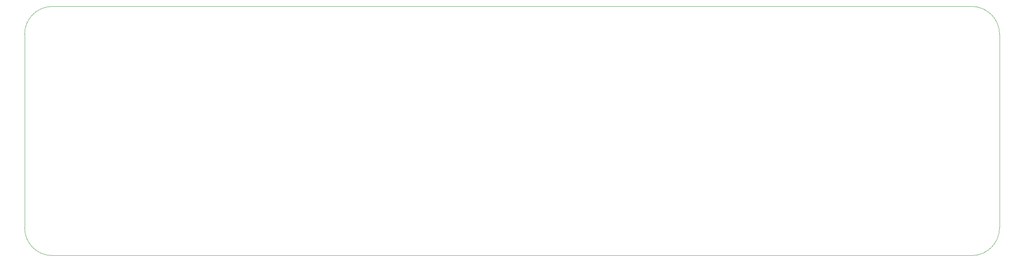
<source format=gbr>
%TF.GenerationSoftware,KiCad,Pcbnew,7.0.7*%
%TF.CreationDate,2023-08-31T12:53:40+10:00*%
%TF.ProjectId,qaz,71617a2e-6b69-4636-9164-5f7063625858,rev?*%
%TF.SameCoordinates,Original*%
%TF.FileFunction,Profile,NP*%
%FSLAX46Y46*%
G04 Gerber Fmt 4.6, Leading zero omitted, Abs format (unit mm)*
G04 Created by KiCad (PCBNEW 7.0.7) date 2023-08-31 12:53:40*
%MOMM*%
%LPD*%
G01*
G04 APERTURE LIST*
%TA.AperFunction,Profile*%
%ADD10C,0.100000*%
%TD*%
G04 APERTURE END LIST*
D10*
X274401872Y-34544000D02*
X274401872Y-78994000D01*
X50800000Y-78994000D02*
G75*
G03*
X57150000Y-85344000I6350000J0D01*
G01*
X274401900Y-34544000D02*
G75*
G03*
X268051872Y-28194000I-6350000J0D01*
G01*
X50800000Y-78994000D02*
X50800000Y-34544000D01*
X57150000Y-28194000D02*
X268051872Y-28194000D01*
X57150000Y-28194000D02*
G75*
G03*
X50800000Y-34544000I0J-6350000D01*
G01*
X268051872Y-85343972D02*
G75*
G03*
X274401872Y-78994000I28J6349972D01*
G01*
X268051872Y-85344000D02*
X57150000Y-85344000D01*
M02*

</source>
